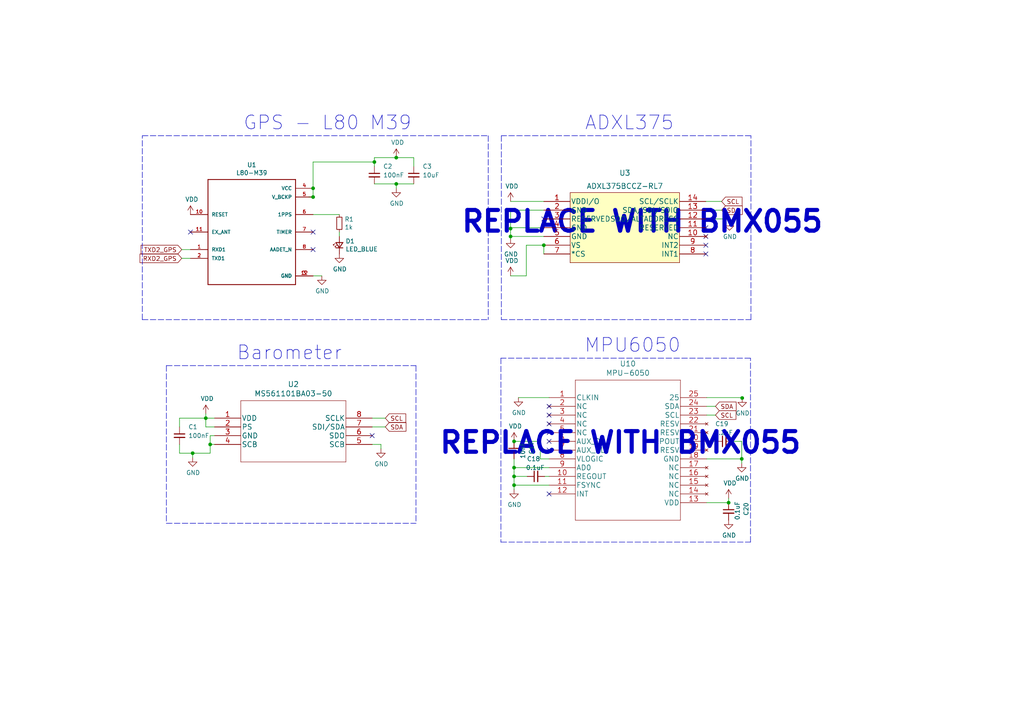
<source format=kicad_sch>
(kicad_sch (version 20211123) (generator eeschema)
  (paper "A4")
  (lib_symbols
    (symbol "ADXL375BCCZ-RL7:ADXL375BCCZ-RL7" (pin_names (offset 0.254))
      (property "Reference" "U" (at 35.56 10.16 0))
      (property "Value" "ADXL375BCCZ-RL7" (at 35.56 7.62 0))
      (symbol "ADXL375BCCZ-RL7_0_1"
        (rectangle (start 24.13 2.54) (end 55.88 -17.78) (fill (type background)))
      )
      (symbol "ADXL375BCCZ-RL7_1_1"
        (pin power_in line (at 16.51 0 0) (length 7.62) (name "VDDI/O") (number "1"))
        (pin no_connect line (at 63.5 -10.16 180) (length 7.62) (name "NC") (number "10"))
        (pin unspecified line (at 63.5 -7.62 180) (length 7.62) (name "RESERVED") (number "11"))
        (pin unspecified line (at 63.5 -5.08 180) (length 7.62) (name "SDO/ALTADDRESS") (number "12"))
        (pin unspecified line (at 63.5 -2.54 180) (length 7.62) (name "SDA/SDI/SDIO") (number "13"))
        (pin unspecified line (at 63.5 0 180) (length 7.62) (name "SCL/SCLK") (number "14"))
        (pin power_in line (at 16.51 -2.54 0) (length 7.62) (name "GND") (number "2"))
        (pin unspecified line (at 16.51 -5.08 0) (length 7.62) (name "RESERVED") (number "3"))
        (pin power_in line (at 16.51 -7.62 0) (length 7.62) (name "GND") (number "4"))
        (pin power_in line (at 16.51 -10.16 0) (length 7.62) (name "GND") (number "5"))
        (pin unspecified line (at 16.51 -12.7 0) (length 7.62) (name "VS") (number "6"))
        (pin unspecified line (at 16.51 -15.24 0) (length 7.62) (name "*CS") (number "7"))
        (pin bidirectional line (at 63.5 -15.24 180) (length 7.62) (name "INT1") (number "8"))
        (pin bidirectional line (at 63.5 -12.7 180) (length 7.62) (name "INT2") (number "9"))
      )
    )
    (symbol "Device:C_Small" (pin_numbers hide) (pin_names (offset 0.254) hide)
      (property "Reference" "C" (at 0.254 1.778 0))
      (property "Value" "C_Small" (at 0.254 -2.032 0))
      (symbol "C_Small_0_1"
        (polyline (pts (xy -1.524 -0.508) (xy 1.524 -0.508)) (stroke (width 0.3302)))
        (polyline (pts (xy -1.524 0.508) (xy 1.524 0.508)) (stroke (width 0.3048)))
      )
      (symbol "C_Small_1_1"
        (pin passive line (at 0 2.54 270) (length 2.032) (name "~") (number "1"))
        (pin passive line (at 0 -2.54 90) (length 2.032) (name "~") (number "2"))
      )
    )
    (symbol "Device:LED_Small" (pin_numbers hide) (pin_names (offset 0.254) hide)
      (property "Reference" "D" (at -1.27 3.175 0))
      (property "Value" "LED_Small" (at -4.445 -2.54 0))
      (symbol "LED_Small_0_1"
        (polyline (pts (xy -0.762 -1.016) (xy -0.762 1.016)) (stroke (width 0.254)))
        (polyline (pts (xy 1.016 0) (xy -0.762 0)))
        (polyline (pts (xy 0.762 -1.016) (xy -0.762 0) (xy 0.762 1.016) (xy 0.762 -1.016)) (stroke (width 0.254)))
        (polyline (pts (xy 0 0.762) (xy -0.508 1.27) (xy -0.254 1.27) (xy -0.508 1.27) (xy -0.508 1.016)))
        (polyline (pts (xy 0.508 1.27) (xy 0 1.778) (xy 0.254 1.778) (xy 0 1.778) (xy 0 1.524)))
      )
      (symbol "LED_Small_1_1"
        (pin passive line (at -2.54 0 0) (length 1.778) (name "K") (number "1"))
        (pin passive line (at 2.54 0 180) (length 1.778) (name "A") (number "2"))
      )
    )
    (symbol "Device:R_Small" (pin_numbers hide) (pin_names (offset 0.254) hide)
      (property "Reference" "R" (at 0.762 0.508 0))
      (property "Value" "R_Small" (at 0.762 -1.016 0))
      (symbol "R_Small_0_1"
        (rectangle (start -0.762 1.778) (end 0.762 -1.778) (stroke (width 0.2032)))
      )
      (symbol "R_Small_1_1"
        (pin passive line (at 0 2.54 270) (length 0.762) (name "~") (number "1"))
        (pin passive line (at 0 -2.54 90) (length 0.762) (name "~") (number "2"))
      )
    )
    (symbol "L2_board-rescue:L80-M39-L80-M39" (pin_names (offset 1.016))
      (property "Reference" "U" (at -12.7 16.002 0))
      (property "Value" "L2_board-rescue_L80-M39-L80-M39" (at -12.7 -17.78 0))
      (symbol "L80-M39-L80-M39_0_0"
        (polyline (pts (xy -12.7 -15.24) (xy -12.7 15.24)) (stroke (width 0.254)))
        (polyline (pts (xy -12.7 15.24) (xy 12.7 15.24)) (stroke (width 0.254)))
        (polyline (pts (xy 12.7 -15.24) (xy -12.7 -15.24)) (stroke (width 0.254)))
        (polyline (pts (xy 12.7 15.24) (xy 12.7 -15.24)) (stroke (width 0.254)))
        (pin input line (at -17.78 -5.08 0) (length 5.08) (name "RXD1") (number "1"))
        (pin input line (at -17.78 5.08 0) (length 5.08) (name "RESET") (number "10"))
        (pin input line (at -17.78 0 0) (length 5.08) (name "EX_ANT") (number "11"))
        (pin power_in line (at 17.78 -12.7 180) (length 5.08) (name "GND") (number "12"))
        (pin output line (at -17.78 -7.62 0) (length 5.08) (name "TXD1") (number "2"))
        (pin power_in line (at 17.78 -12.7 180) (length 5.08) (name "GND") (number "3"))
        (pin power_in line (at 17.78 12.7 180) (length 5.08) (name "VCC") (number "4"))
        (pin power_in line (at 17.78 10.16 180) (length 5.08) (name "V_BCKP") (number "5"))
        (pin output line (at 17.78 5.08 180) (length 5.08) (name "1PPS") (number "6"))
        (pin output line (at 17.78 0 180) (length 5.08) (name "TIMER") (number "7"))
        (pin bidirectional line (at 17.78 -5.08 180) (length 5.08) (name "AADET_N") (number "8"))
      )
    )
    (symbol "MPU-6050:MPU-6050" (pin_names (offset 0.254))
      (property "Reference" "U" (at 22.86 10.16 0))
      (property "Value" "MPU-6050_MPU-6050" (at 22.86 7.62 0))
      (symbol "MPU-6050_1_1"
        (polyline (pts (xy 7.62 -35.56) (xy 38.1 -35.56)) (stroke (width 0.127)))
        (polyline (pts (xy 7.62 5.08) (xy 7.62 -35.56)) (stroke (width 0.127)))
        (polyline (pts (xy 38.1 -35.56) (xy 38.1 5.08)) (stroke (width 0.127)))
        (polyline (pts (xy 38.1 5.08) (xy 7.62 5.08)) (stroke (width 0.127)))
        (pin input line (at 0 0 0) (length 7.62) (name "CLKIN") (number "1"))
        (pin unspecified line (at 0 -22.86 0) (length 7.62) (name "REGOUT") (number "10"))
        (pin input line (at 0 -25.4 0) (length 7.62) (name "FSYNC") (number "11"))
        (pin output line (at 0 -27.94 0) (length 7.62) (name "INT") (number "12"))
        (pin power_in line (at 45.72 -30.48 180) (length 7.62) (name "VDD") (number "13"))
        (pin no_connect line (at 45.72 -27.94 180) (length 7.62) (name "NC") (number "14"))
        (pin no_connect line (at 45.72 -25.4 180) (length 7.62) (name "NC") (number "15"))
        (pin no_connect line (at 45.72 -22.86 180) (length 7.62) (name "NC") (number "16"))
        (pin no_connect line (at 45.72 -20.32 180) (length 7.62) (name "NC") (number "17"))
        (pin power_in line (at 45.72 -17.78 180) (length 7.62) (name "GND") (number "18"))
        (pin no_connect line (at 45.72 -15.24 180) (length 7.62) (name "RESV") (number "19"))
        (pin no_connect line (at 0 -2.54 0) (length 7.62) (name "NC") (number "2"))
        (pin unspecified line (at 45.72 -12.7 180) (length 7.62) (name "CPOUT") (number "20"))
        (pin no_connect line (at 45.72 -10.16 180) (length 7.62) (name "RESV") (number "21"))
        (pin no_connect line (at 45.72 -7.62 180) (length 7.62) (name "RESV") (number "22"))
        (pin unspecified line (at 45.72 -5.08 180) (length 7.62) (name "SCL") (number "23"))
        (pin unspecified line (at 45.72 -2.54 180) (length 7.62) (name "SDA") (number "24"))
        (pin unspecified line (at 45.72 0 180) (length 7.62) (name "25") (number "25"))
        (pin no_connect line (at 0 -5.08 0) (length 7.62) (name "NC") (number "3"))
        (pin no_connect line (at 0 -7.62 0) (length 7.62) (name "NC") (number "4"))
        (pin no_connect line (at 0 -10.16 0) (length 7.62) (name "NC") (number "5"))
        (pin unspecified line (at 0 -12.7 0) (length 7.62) (name "AUX_DA") (number "6"))
        (pin unspecified line (at 0 -15.24 0) (length 7.62) (name "AUX_CL") (number "7"))
        (pin power_in line (at 0 -17.78 0) (length 7.62) (name "VLOGIC") (number "8"))
        (pin bidirectional line (at 0 -20.32 0) (length 7.62) (name "AD0") (number "9"))
      )
    )
    (symbol "MS561101BA03-50:MS561101BA03-50" (pin_names (offset 0.254))
      (property "Reference" "U" (at 0 15.24 0))
      (property "Value" "MS561101BA03-50_MS561101BA03-50" (at 0 12.7 0))
      (symbol "MS561101BA03-50_1_1"
        (polyline (pts (xy -15.24 -7.62) (xy 15.24 -7.62)) (stroke (width 0.127)))
        (polyline (pts (xy -15.24 10.16) (xy -15.24 -7.62)) (stroke (width 0.127)))
        (polyline (pts (xy 15.24 -7.62) (xy 15.24 10.16)) (stroke (width 0.127)))
        (polyline (pts (xy 15.24 10.16) (xy -15.24 10.16)) (stroke (width 0.127)))
        (pin power_in line (at -22.86 5.08 0) (length 7.62) (name "VDD") (number "1"))
        (pin input line (at -22.86 2.54 0) (length 7.62) (name "PS") (number "2"))
        (pin power_in line (at -22.86 0 0) (length 7.62) (name "GND") (number "3"))
        (pin input line (at -22.86 -2.54 0) (length 7.62) (name "SCB") (number "4"))
        (pin input line (at 22.86 -2.54 180) (length 7.62) (name "SCB") (number "5"))
        (pin output line (at 22.86 0 180) (length 7.62) (name "SDO") (number "6"))
        (pin bidirectional line (at 22.86 2.54 180) (length 7.62) (name "SDI/SDA") (number "7"))
        (pin input line (at 22.86 5.08 180) (length 7.62) (name "SCLK") (number "8"))
      )
    )
    (symbol "power:GND" (power) (pin_names (offset 0))
      (property "Value" "GND" (at 0 -3.81 0))
      (symbol "GND_0_1"
        (polyline (pts (xy 0 0) (xy 0 -1.27) (xy 1.27 -1.27) (xy 0 -2.54) (xy -1.27 -1.27) (xy 0 -1.27)))
      )
      (symbol "GND_1_1"
        (pin power_in line (at 0 0 270) (length 0) hide (name "GND") (number "1"))
      )
    )
    (symbol "power:VDD" (power) (pin_names (offset 0))
      (property "Value" "VDD" (at 0 3.81 0))
      (symbol "VDD_0_1"
        (polyline (pts (xy -0.762 1.27) (xy 0 2.54)))
        (polyline (pts (xy 0 0) (xy 0 2.54)))
        (polyline (pts (xy 0 2.54) (xy 0.762 1.27)))
      )
      (symbol "VDD_1_1"
        (pin power_in line (at 0 0 90) (length 0) hide (name "VDD") (number "1"))
      )
    )
  )
  (junction (at 149.098 128.016))
  (junction (at 114.935 53.34))
  (junction (at 148.082 68.58))
  (junction (at 90.805 54.61))
  (junction (at 114.935 45.72))
  (junction (at 148.082 66.294))
  (junction (at 108.585 46.99))
  (junction (at 211.328 145.796))
  (junction (at 55.88 131.445))
  (junction (at 215.265 115.443))
  (junction (at 149.098 135.636))
  (junction (at 157.734 71.12))
  (junction (at 149.098 140.716))
  (junction (at 60.96 128.905))
  (junction (at 90.805 57.15))
  (junction (at 59.69 121.285))
  (junction (at 149.098 138.176))
  (junction (at 215.138 133.096))
  (no_connect (at 159.258 128.016))
  (no_connect (at 55.245 67.31))
  (no_connect (at 159.258 120.396))
  (no_connect (at 159.258 143.256))
  (no_connect (at 157.734 63.5))
  (no_connect (at 204.724 71.12))
  (no_connect (at 107.95 126.365))
  (no_connect (at 90.805 72.39))
  (no_connect (at 159.258 117.856))
  (no_connect (at 159.258 125.476))
  (no_connect (at 204.724 66.04))
  (no_connect (at 204.724 73.66))
  (no_connect (at 159.258 122.936))
  (no_connect (at 90.805 67.31))
  (no_connect (at 204.724 68.58))
  (no_connect (at 159.258 130.556))
  (wire (pts (xy 114.935 53.34) (xy 120.015 53.34)))
  (wire (pts (xy 90.805 46.99) (xy 108.585 46.99)))
  (polyline (pts (xy 217.678 103.886) (xy 145.288 103.886)))
  (wire (pts (xy 60.96 128.905) (xy 60.96 131.445)))
  (wire (pts (xy 148.082 60.96) (xy 157.734 60.96)))
  (wire (pts (xy 149.098 138.176) (xy 152.908 138.176)))
  (wire (pts (xy 90.805 54.61) (xy 90.805 46.99)))
  (wire (pts (xy 204.724 63.5) (xy 211.582 63.5)))
  (wire (pts (xy 215.138 128.016) (xy 215.138 133.096)))
  (wire (pts (xy 204.724 60.96) (xy 209.296 60.96)))
  (wire (pts (xy 98.425 67.31) (xy 98.425 68.58)))
  (wire (pts (xy 204.724 58.42) (xy 209.296 58.42)))
  (wire (pts (xy 157.988 138.176) (xy 159.258 138.176)))
  (wire (pts (xy 148.082 66.294) (xy 148.082 68.58)))
  (wire (pts (xy 149.098 138.176) (xy 149.098 140.716)))
  (wire (pts (xy 52.705 72.39) (xy 55.245 72.39)))
  (wire (pts (xy 148.082 68.58) (xy 148.082 69.342)))
  (wire (pts (xy 90.805 57.15) (xy 90.805 54.61)))
  (polyline (pts (xy 41.275 39.37) (xy 141.605 39.37)))
  (wire (pts (xy 120.015 45.72) (xy 120.015 48.26)))
  (wire (pts (xy 204.978 128.016) (xy 207.518 128.016)))
  (wire (pts (xy 59.69 121.285) (xy 62.23 121.285)))
  (polyline (pts (xy 145.288 157.226) (xy 217.678 157.226)))
  (polyline (pts (xy 145.415 92.71) (xy 217.805 92.71)))
  (polyline (pts (xy 48.26 151.765) (xy 120.65 151.765)))
  (wire (pts (xy 108.585 45.72) (xy 108.585 46.99)))
  (wire (pts (xy 157.734 66.04) (xy 148.336 66.04)))
  (wire (pts (xy 156.718 133.096) (xy 156.718 128.016)))
  (polyline (pts (xy 48.26 106.045) (xy 120.65 106.045)))
  (wire (pts (xy 110.49 128.905) (xy 110.49 130.175)))
  (wire (pts (xy 89.535 57.15) (xy 90.805 57.15)))
  (polyline (pts (xy 41.275 92.71) (xy 41.275 39.37)))
  (wire (pts (xy 148.082 66.294) (xy 148.082 60.96)))
  (wire (pts (xy 152.654 80.01) (xy 152.654 71.12)))
  (polyline (pts (xy 217.805 92.71) (xy 217.805 39.37)))
  (wire (pts (xy 148.082 58.42) (xy 157.734 58.42)))
  (wire (pts (xy 215.138 133.096) (xy 215.138 134.366)))
  (wire (pts (xy 211.328 145.796) (xy 211.328 144.526)))
  (wire (pts (xy 90.805 80.01) (xy 93.345 80.01)))
  (wire (pts (xy 157.734 71.12) (xy 157.734 73.66)))
  (wire (pts (xy 107.95 128.905) (xy 110.49 128.905)))
  (wire (pts (xy 52.705 74.93) (xy 55.245 74.93)))
  (wire (pts (xy 59.69 120.015) (xy 59.69 121.285)))
  (wire (pts (xy 55.88 132.715) (xy 55.88 131.445)))
  (wire (pts (xy 150.368 115.316) (xy 159.258 115.316)))
  (wire (pts (xy 148.336 66.04) (xy 148.336 66.294)))
  (wire (pts (xy 55.88 131.445) (xy 52.07 131.445)))
  (polyline (pts (xy 41.275 92.71) (xy 141.605 92.71)))
  (wire (pts (xy 59.69 123.825) (xy 59.69 121.285)))
  (wire (pts (xy 114.935 45.72) (xy 108.585 45.72)))
  (wire (pts (xy 107.95 121.285) (xy 111.76 121.285)))
  (wire (pts (xy 60.96 126.365) (xy 60.96 128.905)))
  (wire (pts (xy 204.978 120.396) (xy 207.518 120.396)))
  (wire (pts (xy 215.265 115.316) (xy 215.265 115.443)))
  (wire (pts (xy 204.978 133.096) (xy 215.138 133.096)))
  (wire (pts (xy 159.258 140.716) (xy 149.098 140.716)))
  (wire (pts (xy 159.258 133.096) (xy 156.718 133.096)))
  (wire (pts (xy 148.336 66.294) (xy 148.082 66.294)))
  (polyline (pts (xy 48.26 106.045) (xy 48.26 151.765)))
  (polyline (pts (xy 120.65 106.045) (xy 120.65 151.765)))
  (wire (pts (xy 90.805 62.23) (xy 98.425 62.23)))
  (wire (pts (xy 212.598 128.016) (xy 215.138 128.016)))
  (wire (pts (xy 149.098 135.636) (xy 149.098 138.176)))
  (wire (pts (xy 159.258 135.636) (xy 149.098 135.636)))
  (wire (pts (xy 62.23 126.365) (xy 60.96 126.365)))
  (wire (pts (xy 149.098 133.096) (xy 149.098 135.636)))
  (wire (pts (xy 108.585 53.34) (xy 114.935 53.34)))
  (wire (pts (xy 52.07 131.445) (xy 52.07 128.905)))
  (wire (pts (xy 62.23 128.905) (xy 60.96 128.905)))
  (wire (pts (xy 157.734 68.58) (xy 148.082 68.58)))
  (wire (pts (xy 107.95 123.825) (xy 111.76 123.825)))
  (wire (pts (xy 211.582 63.5) (xy 211.582 64.262)))
  (polyline (pts (xy 145.415 39.37) (xy 145.415 92.71)))
  (wire (pts (xy 114.935 53.34) (xy 114.935 54.61)))
  (wire (pts (xy 204.978 117.856) (xy 207.518 117.856)))
  (wire (pts (xy 156.718 128.016) (xy 149.098 128.016)))
  (wire (pts (xy 204.978 115.316) (xy 215.265 115.316)))
  (wire (pts (xy 108.585 46.99) (xy 108.585 48.26)))
  (polyline (pts (xy 217.805 39.37) (xy 145.415 39.37)))
  (polyline (pts (xy 217.678 157.226) (xy 217.678 103.886)))
  (wire (pts (xy 204.978 145.796) (xy 211.328 145.796)))
  (polyline (pts (xy 141.605 39.37) (xy 141.605 92.71)))
  (wire (pts (xy 52.07 121.285) (xy 52.07 123.825)))
  (wire (pts (xy 120.015 45.72) (xy 114.935 45.72)))
  (wire (pts (xy 152.654 71.12) (xy 157.734 71.12)))
  (wire (pts (xy 62.23 123.825) (xy 59.69 123.825)))
  (wire (pts (xy 149.098 140.716) (xy 149.098 141.986)))
  (wire (pts (xy 148.082 80.01) (xy 152.654 80.01)))
  (wire (pts (xy 52.07 121.285) (xy 59.69 121.285)))
  (wire (pts (xy 60.96 131.445) (xy 55.88 131.445)))
  (polyline (pts (xy 145.288 103.886) (xy 145.288 157.226)))
  (text "MPU6050" (at 169.418 102.616 0) (effects (font (size 3.9878 3.9878)) (justify left bottom)))
  (text "ADXL375" (at 169.545 38.1 0) (effects (font (size 3.9878 3.9878)) (justify left bottom)))
  (text "REPLACE WITH BMX055" (at 127 132.08 0) (effects (font (size 6 6) (thickness 1.2) bold) (justify left bottom)))
  (text "REPLACE WITH BMX055" (at 133.35 67.945 0) (effects (font (size 6 6) (thickness 1.2) bold) (justify left bottom)))
  (text "GPS - L80 M39  " (at 70.485 38.1 0) (effects (font (size 3.9878 3.9878)) (justify left bottom)))
  (text "Barometer" (at 68.58 104.775 0) (effects (font (size 3.9878 3.9878)) (justify left bottom)))
  (global_label "SCL" (shape input) (at 111.76 121.285 0) (property "Intersheet References" "${INTERSHEET_REFS}" (effects hide)))
  (global_label "TXD2_GPS" (shape input) (at 52.705 72.39 180) (property "Intersheet References" "${INTERSHEET_REFS}" (effects hide)))
  (global_label "SDA" (shape input) (at 207.518 117.856 0) (property "Intersheet References" "${INTERSHEET_REFS}" (effects hide)))
  (global_label "SCL" (shape input) (at 209.296 58.42 0) (property "Intersheet References" "${INTERSHEET_REFS}" (effects hide)))
  (global_label "SCL" (shape input) (at 207.518 120.396 0) (property "Intersheet References" "${INTERSHEET_REFS}" (effects hide)))
  (global_label "SDA" (shape input) (at 209.296 60.96 0) (property "Intersheet References" "${INTERSHEET_REFS}" (effects hide)))
  (global_label "RXD2_GPS" (shape input) (at 52.705 74.93 180) (property "Intersheet References" "${INTERSHEET_REFS}" (effects hide)))
  (global_label "SDA" (shape input) (at 111.76 123.825 0) (property "Intersheet References" "${INTERSHEET_REFS}" (effects hide)))
  (symbol (lib_id "Device:C_Small") (at 120.015 50.8 0) (unit 1)
    (property "Reference" "C3" (at 122.555 48.26 0) (effects (justify left)))
    (property "Value" "10uF" (at 122.555 50.8 0) (effects (justify left)))
    (property "Footprint" "Capacitor_SMD:C_0603_1608Metric" (effects hide))
  )
  (symbol (lib_id "Device:C_Small") (at 149.098 130.556 0) (unit 1)
    (property "Reference" "C17" (at 154.178 131.826 90) (effects (justify left)))
    (property "Value" "10nF" (at 151.638 133.096 90) (effects (justify left)))
    (property "Footprint" "Capacitor_SMD:C_0603_1608Metric" (effects hide))
  )
  (symbol (lib_id "power:GND") (at 215.265 115.443 0) (unit 1)
    (property "Reference" "#PWR0142" (effects hide))
    (property "Value" "GND" (at 215.392 119.8372 0))
  )
  (symbol (lib_id "power:GND") (at 211.328 150.876 0) (unit 1)
    (property "Reference" "#PWR0171" (effects hide))
    (property "Value" "GND" (at 211.455 155.2702 0))
  )
  (symbol (lib_id "MS561101BA03-50:MS561101BA03-50") (at 85.09 126.365 0) (unit 1)
    (property "Reference" "U2" (at 85.09 111.4552 0) (effects (font (size 1.524 1.524))))
    (property "Value" "MS561101BA03-50" (at 85.09 114.1476 0) (effects (font (size 1.524 1.524))))
    (property "Footprint" "Local_footprints:MS561101BA03-50" (effects hide))
  )
  (symbol (lib_id "Device:R_Small") (at 98.425 64.77 0) (unit 1)
    (property "Reference" "R1" (at 99.9236 63.6016 0) (effects (justify left)))
    (property "Value" "1k" (at 99.9236 65.913 0) (effects (justify left)))
    (property "Footprint" "Resistor_SMD:R_0603_1608Metric" (effects hide))
  )
  (symbol (lib_id "power:GND") (at 149.098 141.986 0) (unit 1)
    (property "Reference" "#PWR0172" (effects hide))
    (property "Value" "GND" (at 149.225 146.3802 0))
  )
  (symbol (lib_id "power:GND") (at 150.368 115.316 0) (unit 1)
    (property "Reference" "#PWR0144" (effects hide))
    (property "Value" "GND" (at 150.495 119.7102 0))
  )
  (symbol (lib_id "power:GND") (at 93.345 80.01 0) (unit 1)
    (property "Reference" "#PWR0105" (effects hide))
    (property "Value" "GND" (at 93.472 84.4042 0))
  )
  (symbol (lib_id "power:GND") (at 114.935 54.61 0) (unit 1)
    (property "Reference" "#PWR0108" (effects hide))
    (property "Value" "GND" (at 115.062 59.0042 0))
  )
  (symbol (lib_id "power:GND") (at 148.082 69.342 0) (unit 1)
    (property "Reference" "#PWR0101" (effects hide))
    (property "Value" "GND" (at 148.209 73.7362 0))
  )
  (symbol (lib_id "L2_board-rescue:L80-M39-L80-M39") (at 73.025 67.31 0) (unit 1)
    (property "Reference" "U1" (at 73.025 47.8282 0))
    (property "Value" "L80-M39" (at 73.025 50.1396 0))
    (property "Footprint" "Local_footprints:L80-M39" (effects hide))
    (property "Datasheet" "L80" (effects hide))
    (property "Field4" "Unavailable" (effects hide))
    (property "Field5" "L80 is an ultra compact GPS POT _Patch on Top_ module with an embedded 15.0mm × 15.0mm × 4.0mm patch antenna." (effects hide))
    (property "Field6" "Radial Can  Quectel" (effects hide))
    (property "Field7" "Quectel" (effects hide))
    (property "Field8" "None" (effects hide))
  )
  (symbol (lib_id "Device:C_Small") (at 155.448 138.176 90) (unit 1)
    (property "Reference" "C18" (at 156.718 133.096 90) (effects (justify left)))
    (property "Value" "0.1uF" (at 157.988 135.636 90) (effects (justify left)))
    (property "Footprint" "Capacitor_SMD:C_0603_1608Metric" (effects hide))
  )
  (symbol (lib_id "Device:C_Small") (at 52.07 126.365 0) (unit 1)
    (property "Reference" "C1" (at 54.61 123.825 0) (effects (justify left)))
    (property "Value" "100nF" (at 54.61 126.365 0) (effects (justify left)))
    (property "Footprint" "Capacitor_SMD:C_0603_1608Metric" (effects hide))
  )
  (symbol (lib_id "power:GND") (at 55.88 132.715 0) (unit 1)
    (property "Reference" "#PWR0103" (effects hide))
    (property "Value" "GND" (at 56.007 137.1092 0))
  )
  (symbol (lib_id "power:VDD") (at 148.082 58.42 0) (unit 1)
    (property "Reference" "#PWR0167" (effects hide))
    (property "Value" "VDD" (at 148.463 54.0258 0))
  )
  (symbol (lib_id "MPU-6050:MPU-6050") (at 159.258 115.316 0) (unit 1)
    (property "Reference" "U10" (at 182.118 105.4862 0) (effects (font (size 1.524 1.524))))
    (property "Value" "MPU-6050" (at 182.118 108.1786 0) (effects (font (size 1.524 1.524))))
    (property "Footprint" "Local_footprints:MPU-6050" (effects hide))
    (property "Datasheet" "https://invensense.tdk.com/wp-content/uploads/2015/02/MPU-6000-Datasheet1.pdf" (effects hide))
  )
  (symbol (lib_id "power:VDD") (at 55.245 62.23 0) (unit 1)
    (property "Reference" "#PWR0107" (effects hide))
    (property "Value" "VDD" (at 55.626 57.8358 0))
  )
  (symbol (lib_id "power:VDD") (at 211.328 144.526 0) (unit 1)
    (property "Reference" "#PWR0169" (effects hide))
    (property "Value" "VDD" (at 211.709 140.1318 0))
  )
  (symbol (lib_id "power:VDD") (at 149.098 128.016 0) (unit 1)
    (property "Reference" "#PWR0145" (effects hide))
    (property "Value" "VDD" (at 149.479 123.6218 0))
  )
  (symbol (lib_id "power:GND") (at 215.138 134.366 0) (unit 1)
    (property "Reference" "#PWR0170" (effects hide))
    (property "Value" "GND" (at 215.265 138.7602 0))
  )
  (symbol (lib_id "power:GND") (at 98.425 73.66 0) (unit 1)
    (property "Reference" "#PWR0106" (effects hide))
    (property "Value" "GND" (at 98.552 78.0542 0))
  )
  (symbol (lib_id "ADXL375BCCZ-RL7:ADXL375BCCZ-RL7") (at 141.224 58.42 0) (unit 1)
    (property "Reference" "U3" (at 181.229 50.165 0) (effects (font (size 1.524 1.524))))
    (property "Value" "ADXL375BCCZ-RL7" (at 181.229 53.975 0) (effects (font (size 1.524 1.524))))
    (property "Footprint" "Local_footprints:ADXL375BCCZ-RL7" (effects hide))
    (property "Datasheet" "https://www.analog.com/media/en/technical-documentation/data-sheets/ADXL375.pdf" (effects hide))
    (property "LCSC#" "C481898" (effects hide))
  )
  (symbol (lib_id "power:VDD") (at 59.69 120.015 0) (unit 1)
    (property "Reference" "#PWR0102" (effects hide))
    (property "Value" "VDD" (at 60.071 115.6208 0))
  )
  (symbol (lib_id "Device:C_Small") (at 211.328 148.336 0) (unit 1)
    (property "Reference" "C20" (at 216.408 149.606 90) (effects (justify left)))
    (property "Value" "0.1uF" (at 213.868 150.876 90) (effects (justify left)))
    (property "Footprint" "Capacitor_SMD:C_0603_1608Metric" (effects hide))
  )
  (symbol (lib_id "power:VDD") (at 148.082 80.01 0) (unit 1)
    (property "Reference" "#PWR0168" (effects hide))
    (property "Value" "VDD" (at 148.463 75.6158 0))
  )
  (symbol (lib_id "power:GND") (at 110.49 130.175 0) (unit 1)
    (property "Reference" "#PWR0104" (effects hide))
    (property "Value" "GND" (at 110.617 134.5692 0))
  )
  (symbol (lib_id "Device:C_Small") (at 210.058 128.016 90) (unit 1)
    (property "Reference" "C19" (at 211.328 122.936 90) (effects (justify left)))
    (property "Value" "2.2nF" (at 212.598 125.476 90) (effects (justify left)))
    (property "Footprint" "Capacitor_SMD:C_0603_1608Metric" (effects hide))
  )
  (symbol (lib_id "power:VDD") (at 114.935 45.72 0) (unit 1)
    (property "Reference" "#PWR0109" (effects hide))
    (property "Value" "VDD" (at 115.316 41.3258 0))
  )
  (symbol (lib_id "Device:C_Small") (at 108.585 50.8 0) (unit 1)
    (property "Reference" "C2" (at 111.125 48.26 0) (effects (justify left)))
    (property "Value" "100nF" (at 111.125 50.8 0) (effects (justify left)))
    (property "Footprint" "Capacitor_SMD:C_0603_1608Metric" (effects hide))
  )
  (symbol (lib_id "Device:LED_Small") (at 98.425 71.12 90) (unit 1)
    (property "Reference" "D1" (at 100.203 69.9516 90) (effects (justify right)))
    (property "Value" "LED_BLUE" (at 100.203 72.263 90) (effects (justify right)))
    (property "Footprint" "LED_SMD:LED_0603_1608Metric" (effects hide))
  )
  (symbol (lib_id "power:GND") (at 211.582 64.262 0) (unit 1)
    (property "Reference" "#PWR0166" (effects hide))
    (property "Value" "GND" (at 211.709 68.6562 0))
  )
)
</source>
